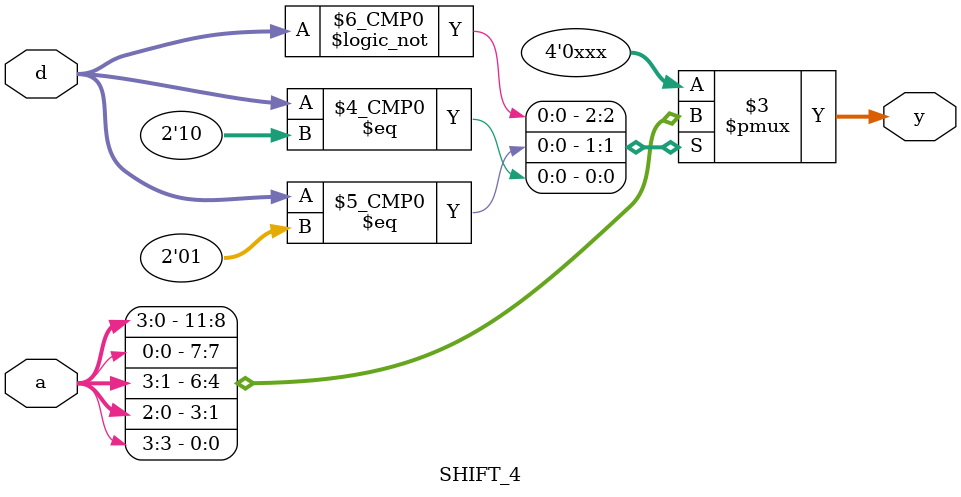
<source format=v>
module SHIFT_4(
	input [3:0]a,
	input [1:0]d,
	output reg [3:0]y
);

	always@(a or d)
		begin
			case(d)
				2'b00: y = a;
				2'b01: y = {a[0],a[3:1]};
				2'b10: y = {a[2:0],a[3]};
				default: y = 3'bx;
			endcase
	   end
		
endmodule
</source>
